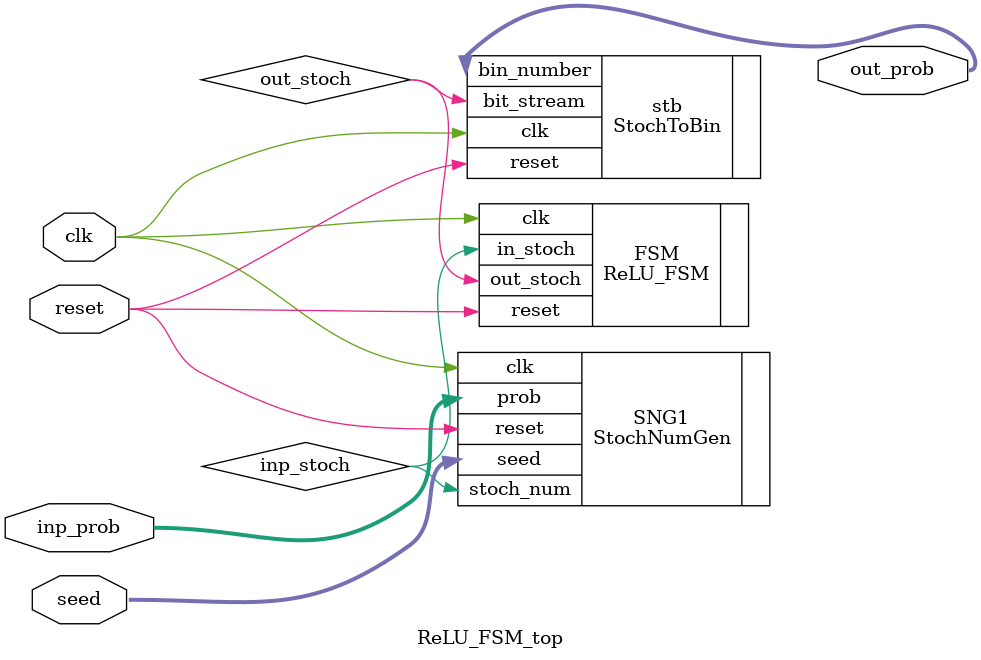
<source format=v>

module ReLU_FSM_top(
    input clk,
    input reset,
    input [7:0] inp_prob,
    input [7:0] seed,
    output [7:0] out_prob
    );

    // Wires
    wire inp_stoch;
    wire out_stoch;

    // Generate stochastic number
    StochNumGen SNG1(
        .clk                (clk),
        .reset              (reset),
        .seed               (seed),
        .prob               (inp_prob),
        .stoch_num          (inp_stoch)
    );

    // Apply stoch input to FSM
    ReLU_FSM FSM(
        .clk                (clk),
        .reset              (reset),
        .in_stoch           (inp_stoch),
        .out_stoch          (out_stoch)
    );

    // Estimate probability of output
    StochToBin stb(
        .clk                (clk),
        .reset              (reset),
        .bit_stream         (out_stoch),
        .bin_number         (out_prob)
    );  

endmodule

</source>
